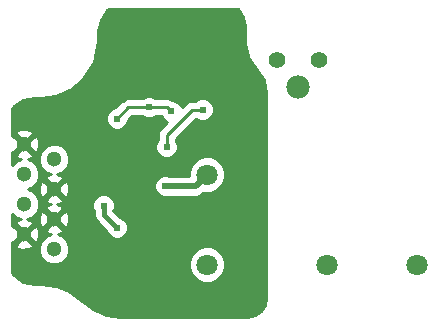
<source format=gbr>
G04 #@! TF.FileFunction,Copper,L2,Bot,Signal*
%FSLAX46Y46*%
G04 Gerber Fmt 4.6, Leading zero omitted, Abs format (unit mm)*
G04 Created by KiCad (PCBNEW 4.0.7-e2-6376~58~ubuntu16.04.1) date Sun Jan 14 05:36:03 2018*
%MOMM*%
%LPD*%
G01*
G04 APERTURE LIST*
%ADD10C,0.100000*%
%ADD11C,1.300000*%
%ADD12C,1.397000*%
%ADD13C,1.981000*%
%ADD14C,1.800000*%
%ADD15C,0.609600*%
%ADD16C,0.254000*%
%ADD17C,0.508000*%
%ADD18C,0.381000*%
G04 APERTURE END LIST*
D10*
D11*
X141922500Y-108204000D03*
X141922500Y-105664000D03*
X141922500Y-103124000D03*
X141922500Y-110744000D03*
X144462500Y-104394000D03*
X144462500Y-106934000D03*
X144462500Y-109474000D03*
X144462500Y-112014000D03*
D12*
X166870260Y-96019620D03*
X163370260Y-96019620D03*
D13*
X165120260Y-98249620D03*
D14*
X157416500Y-113317020D03*
X167576500Y-113317020D03*
X175196500Y-113317020D03*
X157416500Y-105697020D03*
D15*
X150114000Y-92710000D03*
X156210000Y-96774000D03*
X149288500Y-114287300D03*
X159766000Y-103080860D03*
X150685500Y-98920300D03*
X153987500Y-103365300D03*
X157035500Y-100190300D03*
X153860500Y-106667300D03*
X149796500Y-110223300D03*
X148653500Y-108318300D03*
X154377792Y-100326592D03*
X149796500Y-100952300D03*
X152481139Y-99996127D03*
D16*
X156146500Y-100190300D02*
X153987500Y-102349300D01*
X153987500Y-102349300D02*
X153987500Y-103365300D01*
X157035500Y-100190300D02*
X156146500Y-100190300D01*
D17*
X153860500Y-106667300D02*
X156446220Y-106667300D01*
X156446220Y-106667300D02*
X157416500Y-105697020D01*
D18*
X148653500Y-108318300D02*
X148653500Y-109080300D01*
X148653500Y-109080300D02*
X149796500Y-110223300D01*
D16*
X152481139Y-99996127D02*
X154047327Y-99996127D01*
X154047327Y-99996127D02*
X154377792Y-100326592D01*
X152481139Y-99996127D02*
X150752673Y-99996127D01*
X150752673Y-99996127D02*
X149796500Y-100952300D01*
G36*
X160497337Y-92319911D02*
X160655000Y-93112535D01*
X160655000Y-94500764D01*
X160657440Y-94525541D01*
X160888484Y-95687076D01*
X160907447Y-95732856D01*
X162209324Y-97681253D01*
X162433000Y-98805746D01*
X162433000Y-116109070D01*
X162308343Y-116735761D01*
X161960438Y-117256438D01*
X161439761Y-117604343D01*
X160813070Y-117729000D01*
X150065976Y-117729000D01*
X148856335Y-117569748D01*
X147736876Y-117106052D01*
X145774485Y-115600257D01*
X145745773Y-115583680D01*
X144595423Y-115107189D01*
X144563399Y-115098609D01*
X143328921Y-114936087D01*
X143312344Y-114935000D01*
X142760509Y-114935000D01*
X141825537Y-114749022D01*
X141043511Y-114226489D01*
X140893500Y-114001982D01*
X140893500Y-113621011D01*
X155881235Y-113621011D01*
X156114432Y-114185391D01*
X156545857Y-114617571D01*
X157109830Y-114851753D01*
X157720491Y-114852285D01*
X158284871Y-114619088D01*
X158717051Y-114187663D01*
X158951233Y-113623690D01*
X158951765Y-113013029D01*
X158718568Y-112448649D01*
X158287143Y-112016469D01*
X157723170Y-111782287D01*
X157112509Y-111781755D01*
X156548129Y-112014952D01*
X156115949Y-112446377D01*
X155881767Y-113010350D01*
X155881235Y-113621011D01*
X140893500Y-113621011D01*
X140893500Y-112268481D01*
X143177277Y-112268481D01*
X143372495Y-112740943D01*
X143733655Y-113102735D01*
X144205776Y-113298777D01*
X144716981Y-113299223D01*
X145189443Y-113104005D01*
X145551235Y-112742845D01*
X145747277Y-112270724D01*
X145747723Y-111759519D01*
X145552505Y-111287057D01*
X145191345Y-110925265D01*
X144755300Y-110744203D01*
X144791928Y-110742083D01*
X145126229Y-110603611D01*
X145181910Y-110373016D01*
X144462500Y-109653605D01*
X143743090Y-110373016D01*
X143798771Y-110603611D01*
X144185360Y-110738139D01*
X143735557Y-110923995D01*
X143373765Y-111285155D01*
X143177723Y-111757276D01*
X143177277Y-112268481D01*
X140893500Y-112268481D01*
X140893500Y-111643016D01*
X141203090Y-111643016D01*
X141258771Y-111873611D01*
X141741578Y-112041622D01*
X142251928Y-112012083D01*
X142586229Y-111873611D01*
X142641910Y-111643016D01*
X141922500Y-110923605D01*
X141203090Y-111643016D01*
X140893500Y-111643016D01*
X140893500Y-111432023D01*
X141023484Y-111463410D01*
X141742895Y-110744000D01*
X142102105Y-110744000D01*
X142821516Y-111463410D01*
X143052111Y-111407729D01*
X143220122Y-110924922D01*
X143190583Y-110414572D01*
X143052111Y-110080271D01*
X142821516Y-110024590D01*
X142102105Y-110744000D01*
X141742895Y-110744000D01*
X141023484Y-110024590D01*
X140893500Y-110055977D01*
X140893500Y-108992055D01*
X141193655Y-109292735D01*
X141629700Y-109473797D01*
X141593072Y-109475917D01*
X141258771Y-109614389D01*
X141203090Y-109844984D01*
X141922500Y-110564395D01*
X142641910Y-109844984D01*
X142586229Y-109614389D01*
X142199640Y-109479861D01*
X142649443Y-109294005D01*
X142650371Y-109293078D01*
X143164878Y-109293078D01*
X143194417Y-109803428D01*
X143332889Y-110137729D01*
X143563484Y-110193410D01*
X144282895Y-109474000D01*
X144642105Y-109474000D01*
X145361516Y-110193410D01*
X145592111Y-110137729D01*
X145760122Y-109654922D01*
X145730583Y-109144572D01*
X145592111Y-108810271D01*
X145361516Y-108754590D01*
X144642105Y-109474000D01*
X144282895Y-109474000D01*
X143563484Y-108754590D01*
X143332889Y-108810271D01*
X143164878Y-109293078D01*
X142650371Y-109293078D01*
X143011235Y-108932845D01*
X143207277Y-108460724D01*
X143207723Y-107949519D01*
X143159585Y-107833016D01*
X143743090Y-107833016D01*
X143798771Y-108063611D01*
X144197066Y-108202213D01*
X144133072Y-108205917D01*
X143798771Y-108344389D01*
X143743090Y-108574984D01*
X144462500Y-109294395D01*
X145181910Y-108574984D01*
X145164871Y-108504418D01*
X147713537Y-108504418D01*
X147828000Y-108781439D01*
X147828000Y-109080300D01*
X147890837Y-109396206D01*
X148069783Y-109664017D01*
X148885655Y-110479889D01*
X148999312Y-110754959D01*
X149263451Y-111019559D01*
X149608742Y-111162937D01*
X149982618Y-111163263D01*
X150328159Y-111020488D01*
X150592759Y-110756349D01*
X150736137Y-110411058D01*
X150736463Y-110037182D01*
X150593688Y-109691641D01*
X150329549Y-109427041D01*
X150052729Y-109312095D01*
X149491488Y-108750854D01*
X149593137Y-108506058D01*
X149593463Y-108132182D01*
X149450688Y-107786641D01*
X149186549Y-107522041D01*
X148841258Y-107378663D01*
X148467382Y-107378337D01*
X148121841Y-107521112D01*
X147857241Y-107785251D01*
X147713863Y-108130542D01*
X147713537Y-108504418D01*
X145164871Y-108504418D01*
X145126229Y-108344389D01*
X144727934Y-108205787D01*
X144791928Y-108202083D01*
X145126229Y-108063611D01*
X145181910Y-107833016D01*
X144462500Y-107113605D01*
X143743090Y-107833016D01*
X143159585Y-107833016D01*
X143012505Y-107477057D01*
X142651345Y-107115265D01*
X142214318Y-106933795D01*
X142649443Y-106754005D01*
X142650371Y-106753078D01*
X143164878Y-106753078D01*
X143194417Y-107263428D01*
X143332889Y-107597729D01*
X143563484Y-107653410D01*
X144282895Y-106934000D01*
X144642105Y-106934000D01*
X145361516Y-107653410D01*
X145592111Y-107597729D01*
X145760122Y-107114922D01*
X145744987Y-106853418D01*
X152920537Y-106853418D01*
X153063312Y-107198959D01*
X153327451Y-107463559D01*
X153672742Y-107606937D01*
X154046618Y-107607263D01*
X154169958Y-107556300D01*
X156446220Y-107556300D01*
X156786426Y-107488629D01*
X157074838Y-107295918D01*
X157138978Y-107231778D01*
X157720491Y-107232285D01*
X158284871Y-106999088D01*
X158717051Y-106567663D01*
X158951233Y-106003690D01*
X158951765Y-105393029D01*
X158718568Y-104828649D01*
X158287143Y-104396469D01*
X157723170Y-104162287D01*
X157112509Y-104161755D01*
X156548129Y-104394952D01*
X156115949Y-104826377D01*
X155881767Y-105390350D01*
X155881429Y-105778300D01*
X154170205Y-105778300D01*
X154048258Y-105727663D01*
X153674382Y-105727337D01*
X153328841Y-105870112D01*
X153064241Y-106134251D01*
X152920863Y-106479542D01*
X152920537Y-106853418D01*
X145744987Y-106853418D01*
X145730583Y-106604572D01*
X145592111Y-106270271D01*
X145361516Y-106214590D01*
X144642105Y-106934000D01*
X144282895Y-106934000D01*
X143563484Y-106214590D01*
X143332889Y-106270271D01*
X143164878Y-106753078D01*
X142650371Y-106753078D01*
X143011235Y-106392845D01*
X143207277Y-105920724D01*
X143207723Y-105409519D01*
X143012505Y-104937057D01*
X142724434Y-104648481D01*
X143177277Y-104648481D01*
X143372495Y-105120943D01*
X143733655Y-105482735D01*
X144169700Y-105663797D01*
X144133072Y-105665917D01*
X143798771Y-105804389D01*
X143743090Y-106034984D01*
X144462500Y-106754395D01*
X145181910Y-106034984D01*
X145126229Y-105804389D01*
X144739640Y-105669861D01*
X145189443Y-105484005D01*
X145551235Y-105122845D01*
X145747277Y-104650724D01*
X145747723Y-104139519D01*
X145552505Y-103667057D01*
X145191345Y-103305265D01*
X144719224Y-103109223D01*
X144208019Y-103108777D01*
X143735557Y-103303995D01*
X143373765Y-103665155D01*
X143177723Y-104137276D01*
X143177277Y-104648481D01*
X142724434Y-104648481D01*
X142651345Y-104575265D01*
X142215300Y-104394203D01*
X142251928Y-104392083D01*
X142586229Y-104253611D01*
X142641910Y-104023016D01*
X141922500Y-103303605D01*
X141203090Y-104023016D01*
X141258771Y-104253611D01*
X141645360Y-104388139D01*
X141195557Y-104573995D01*
X140893500Y-104875524D01*
X140893500Y-103812023D01*
X141023484Y-103843410D01*
X141742895Y-103124000D01*
X142102105Y-103124000D01*
X142821516Y-103843410D01*
X143052111Y-103787729D01*
X143220122Y-103304922D01*
X143190583Y-102794572D01*
X143052111Y-102460271D01*
X142821516Y-102404590D01*
X142102105Y-103124000D01*
X141742895Y-103124000D01*
X141023484Y-102404590D01*
X140893500Y-102435977D01*
X140893500Y-102224984D01*
X141203090Y-102224984D01*
X141922500Y-102944395D01*
X142641910Y-102224984D01*
X142586229Y-101994389D01*
X142103422Y-101826378D01*
X141593072Y-101855917D01*
X141258771Y-101994389D01*
X141203090Y-102224984D01*
X140893500Y-102224984D01*
X140893500Y-101138418D01*
X148856537Y-101138418D01*
X148999312Y-101483959D01*
X149263451Y-101748559D01*
X149608742Y-101891937D01*
X149982618Y-101892263D01*
X150328159Y-101749488D01*
X150592759Y-101485349D01*
X150736137Y-101140058D01*
X150736180Y-101090250D01*
X151068303Y-100758127D01*
X151913891Y-100758127D01*
X151948090Y-100792386D01*
X152293381Y-100935764D01*
X152667257Y-100936090D01*
X153012798Y-100793315D01*
X153048047Y-100758127D01*
X153539233Y-100758127D01*
X153580604Y-100858251D01*
X153844743Y-101122851D01*
X154050769Y-101208401D01*
X153448685Y-101810485D01*
X153283504Y-102057695D01*
X153225500Y-102349300D01*
X153225500Y-102798052D01*
X153191241Y-102832251D01*
X153047863Y-103177542D01*
X153047537Y-103551418D01*
X153190312Y-103896959D01*
X153454451Y-104161559D01*
X153799742Y-104304937D01*
X154173618Y-104305263D01*
X154519159Y-104162488D01*
X154783759Y-103898349D01*
X154927137Y-103553058D01*
X154927463Y-103179182D01*
X154784688Y-102833641D01*
X154749500Y-102798392D01*
X154749500Y-102664930D01*
X156462130Y-100952300D01*
X156468252Y-100952300D01*
X156502451Y-100986559D01*
X156847742Y-101129937D01*
X157221618Y-101130263D01*
X157567159Y-100987488D01*
X157831759Y-100723349D01*
X157975137Y-100378058D01*
X157975463Y-100004182D01*
X157832688Y-99658641D01*
X157568549Y-99394041D01*
X157223258Y-99250663D01*
X156849382Y-99250337D01*
X156503841Y-99393112D01*
X156468592Y-99428300D01*
X156146500Y-99428300D01*
X155854895Y-99486304D01*
X155607685Y-99651485D01*
X155259554Y-99999616D01*
X155174980Y-99794933D01*
X154910841Y-99530333D01*
X154565550Y-99386955D01*
X154480735Y-99386881D01*
X154338932Y-99292131D01*
X154047327Y-99234127D01*
X153048387Y-99234127D01*
X153014188Y-99199868D01*
X152668897Y-99056490D01*
X152295021Y-99056164D01*
X151949480Y-99198939D01*
X151914231Y-99234127D01*
X150752673Y-99234127D01*
X150461068Y-99292131D01*
X150257276Y-99428301D01*
X150213858Y-99457312D01*
X149658791Y-100012379D01*
X149610382Y-100012337D01*
X149264841Y-100155112D01*
X149000241Y-100419251D01*
X148856863Y-100764542D01*
X148856537Y-101138418D01*
X140893500Y-101138418D01*
X140893500Y-100120018D01*
X141043511Y-99895511D01*
X141825537Y-99372978D01*
X142760509Y-99187000D01*
X143312344Y-99187000D01*
X143328921Y-99185913D01*
X144563399Y-99023391D01*
X144595423Y-99014811D01*
X145745773Y-98538320D01*
X145774485Y-98521743D01*
X146762313Y-97763756D01*
X146774803Y-97752803D01*
X146824765Y-97702841D01*
X146840559Y-97683595D01*
X147837513Y-96191548D01*
X147856476Y-96145767D01*
X148206560Y-94385776D01*
X148209000Y-94361000D01*
X148209000Y-93546140D01*
X148399669Y-92587583D01*
X148935562Y-91785562D01*
X149106567Y-91671300D01*
X160063949Y-91671300D01*
X160497337Y-92319911D01*
X160497337Y-92319911D01*
G37*
X160497337Y-92319911D02*
X160655000Y-93112535D01*
X160655000Y-94500764D01*
X160657440Y-94525541D01*
X160888484Y-95687076D01*
X160907447Y-95732856D01*
X162209324Y-97681253D01*
X162433000Y-98805746D01*
X162433000Y-116109070D01*
X162308343Y-116735761D01*
X161960438Y-117256438D01*
X161439761Y-117604343D01*
X160813070Y-117729000D01*
X150065976Y-117729000D01*
X148856335Y-117569748D01*
X147736876Y-117106052D01*
X145774485Y-115600257D01*
X145745773Y-115583680D01*
X144595423Y-115107189D01*
X144563399Y-115098609D01*
X143328921Y-114936087D01*
X143312344Y-114935000D01*
X142760509Y-114935000D01*
X141825537Y-114749022D01*
X141043511Y-114226489D01*
X140893500Y-114001982D01*
X140893500Y-113621011D01*
X155881235Y-113621011D01*
X156114432Y-114185391D01*
X156545857Y-114617571D01*
X157109830Y-114851753D01*
X157720491Y-114852285D01*
X158284871Y-114619088D01*
X158717051Y-114187663D01*
X158951233Y-113623690D01*
X158951765Y-113013029D01*
X158718568Y-112448649D01*
X158287143Y-112016469D01*
X157723170Y-111782287D01*
X157112509Y-111781755D01*
X156548129Y-112014952D01*
X156115949Y-112446377D01*
X155881767Y-113010350D01*
X155881235Y-113621011D01*
X140893500Y-113621011D01*
X140893500Y-112268481D01*
X143177277Y-112268481D01*
X143372495Y-112740943D01*
X143733655Y-113102735D01*
X144205776Y-113298777D01*
X144716981Y-113299223D01*
X145189443Y-113104005D01*
X145551235Y-112742845D01*
X145747277Y-112270724D01*
X145747723Y-111759519D01*
X145552505Y-111287057D01*
X145191345Y-110925265D01*
X144755300Y-110744203D01*
X144791928Y-110742083D01*
X145126229Y-110603611D01*
X145181910Y-110373016D01*
X144462500Y-109653605D01*
X143743090Y-110373016D01*
X143798771Y-110603611D01*
X144185360Y-110738139D01*
X143735557Y-110923995D01*
X143373765Y-111285155D01*
X143177723Y-111757276D01*
X143177277Y-112268481D01*
X140893500Y-112268481D01*
X140893500Y-111643016D01*
X141203090Y-111643016D01*
X141258771Y-111873611D01*
X141741578Y-112041622D01*
X142251928Y-112012083D01*
X142586229Y-111873611D01*
X142641910Y-111643016D01*
X141922500Y-110923605D01*
X141203090Y-111643016D01*
X140893500Y-111643016D01*
X140893500Y-111432023D01*
X141023484Y-111463410D01*
X141742895Y-110744000D01*
X142102105Y-110744000D01*
X142821516Y-111463410D01*
X143052111Y-111407729D01*
X143220122Y-110924922D01*
X143190583Y-110414572D01*
X143052111Y-110080271D01*
X142821516Y-110024590D01*
X142102105Y-110744000D01*
X141742895Y-110744000D01*
X141023484Y-110024590D01*
X140893500Y-110055977D01*
X140893500Y-108992055D01*
X141193655Y-109292735D01*
X141629700Y-109473797D01*
X141593072Y-109475917D01*
X141258771Y-109614389D01*
X141203090Y-109844984D01*
X141922500Y-110564395D01*
X142641910Y-109844984D01*
X142586229Y-109614389D01*
X142199640Y-109479861D01*
X142649443Y-109294005D01*
X142650371Y-109293078D01*
X143164878Y-109293078D01*
X143194417Y-109803428D01*
X143332889Y-110137729D01*
X143563484Y-110193410D01*
X144282895Y-109474000D01*
X144642105Y-109474000D01*
X145361516Y-110193410D01*
X145592111Y-110137729D01*
X145760122Y-109654922D01*
X145730583Y-109144572D01*
X145592111Y-108810271D01*
X145361516Y-108754590D01*
X144642105Y-109474000D01*
X144282895Y-109474000D01*
X143563484Y-108754590D01*
X143332889Y-108810271D01*
X143164878Y-109293078D01*
X142650371Y-109293078D01*
X143011235Y-108932845D01*
X143207277Y-108460724D01*
X143207723Y-107949519D01*
X143159585Y-107833016D01*
X143743090Y-107833016D01*
X143798771Y-108063611D01*
X144197066Y-108202213D01*
X144133072Y-108205917D01*
X143798771Y-108344389D01*
X143743090Y-108574984D01*
X144462500Y-109294395D01*
X145181910Y-108574984D01*
X145164871Y-108504418D01*
X147713537Y-108504418D01*
X147828000Y-108781439D01*
X147828000Y-109080300D01*
X147890837Y-109396206D01*
X148069783Y-109664017D01*
X148885655Y-110479889D01*
X148999312Y-110754959D01*
X149263451Y-111019559D01*
X149608742Y-111162937D01*
X149982618Y-111163263D01*
X150328159Y-111020488D01*
X150592759Y-110756349D01*
X150736137Y-110411058D01*
X150736463Y-110037182D01*
X150593688Y-109691641D01*
X150329549Y-109427041D01*
X150052729Y-109312095D01*
X149491488Y-108750854D01*
X149593137Y-108506058D01*
X149593463Y-108132182D01*
X149450688Y-107786641D01*
X149186549Y-107522041D01*
X148841258Y-107378663D01*
X148467382Y-107378337D01*
X148121841Y-107521112D01*
X147857241Y-107785251D01*
X147713863Y-108130542D01*
X147713537Y-108504418D01*
X145164871Y-108504418D01*
X145126229Y-108344389D01*
X144727934Y-108205787D01*
X144791928Y-108202083D01*
X145126229Y-108063611D01*
X145181910Y-107833016D01*
X144462500Y-107113605D01*
X143743090Y-107833016D01*
X143159585Y-107833016D01*
X143012505Y-107477057D01*
X142651345Y-107115265D01*
X142214318Y-106933795D01*
X142649443Y-106754005D01*
X142650371Y-106753078D01*
X143164878Y-106753078D01*
X143194417Y-107263428D01*
X143332889Y-107597729D01*
X143563484Y-107653410D01*
X144282895Y-106934000D01*
X144642105Y-106934000D01*
X145361516Y-107653410D01*
X145592111Y-107597729D01*
X145760122Y-107114922D01*
X145744987Y-106853418D01*
X152920537Y-106853418D01*
X153063312Y-107198959D01*
X153327451Y-107463559D01*
X153672742Y-107606937D01*
X154046618Y-107607263D01*
X154169958Y-107556300D01*
X156446220Y-107556300D01*
X156786426Y-107488629D01*
X157074838Y-107295918D01*
X157138978Y-107231778D01*
X157720491Y-107232285D01*
X158284871Y-106999088D01*
X158717051Y-106567663D01*
X158951233Y-106003690D01*
X158951765Y-105393029D01*
X158718568Y-104828649D01*
X158287143Y-104396469D01*
X157723170Y-104162287D01*
X157112509Y-104161755D01*
X156548129Y-104394952D01*
X156115949Y-104826377D01*
X155881767Y-105390350D01*
X155881429Y-105778300D01*
X154170205Y-105778300D01*
X154048258Y-105727663D01*
X153674382Y-105727337D01*
X153328841Y-105870112D01*
X153064241Y-106134251D01*
X152920863Y-106479542D01*
X152920537Y-106853418D01*
X145744987Y-106853418D01*
X145730583Y-106604572D01*
X145592111Y-106270271D01*
X145361516Y-106214590D01*
X144642105Y-106934000D01*
X144282895Y-106934000D01*
X143563484Y-106214590D01*
X143332889Y-106270271D01*
X143164878Y-106753078D01*
X142650371Y-106753078D01*
X143011235Y-106392845D01*
X143207277Y-105920724D01*
X143207723Y-105409519D01*
X143012505Y-104937057D01*
X142724434Y-104648481D01*
X143177277Y-104648481D01*
X143372495Y-105120943D01*
X143733655Y-105482735D01*
X144169700Y-105663797D01*
X144133072Y-105665917D01*
X143798771Y-105804389D01*
X143743090Y-106034984D01*
X144462500Y-106754395D01*
X145181910Y-106034984D01*
X145126229Y-105804389D01*
X144739640Y-105669861D01*
X145189443Y-105484005D01*
X145551235Y-105122845D01*
X145747277Y-104650724D01*
X145747723Y-104139519D01*
X145552505Y-103667057D01*
X145191345Y-103305265D01*
X144719224Y-103109223D01*
X144208019Y-103108777D01*
X143735557Y-103303995D01*
X143373765Y-103665155D01*
X143177723Y-104137276D01*
X143177277Y-104648481D01*
X142724434Y-104648481D01*
X142651345Y-104575265D01*
X142215300Y-104394203D01*
X142251928Y-104392083D01*
X142586229Y-104253611D01*
X142641910Y-104023016D01*
X141922500Y-103303605D01*
X141203090Y-104023016D01*
X141258771Y-104253611D01*
X141645360Y-104388139D01*
X141195557Y-104573995D01*
X140893500Y-104875524D01*
X140893500Y-103812023D01*
X141023484Y-103843410D01*
X141742895Y-103124000D01*
X142102105Y-103124000D01*
X142821516Y-103843410D01*
X143052111Y-103787729D01*
X143220122Y-103304922D01*
X143190583Y-102794572D01*
X143052111Y-102460271D01*
X142821516Y-102404590D01*
X142102105Y-103124000D01*
X141742895Y-103124000D01*
X141023484Y-102404590D01*
X140893500Y-102435977D01*
X140893500Y-102224984D01*
X141203090Y-102224984D01*
X141922500Y-102944395D01*
X142641910Y-102224984D01*
X142586229Y-101994389D01*
X142103422Y-101826378D01*
X141593072Y-101855917D01*
X141258771Y-101994389D01*
X141203090Y-102224984D01*
X140893500Y-102224984D01*
X140893500Y-101138418D01*
X148856537Y-101138418D01*
X148999312Y-101483959D01*
X149263451Y-101748559D01*
X149608742Y-101891937D01*
X149982618Y-101892263D01*
X150328159Y-101749488D01*
X150592759Y-101485349D01*
X150736137Y-101140058D01*
X150736180Y-101090250D01*
X151068303Y-100758127D01*
X151913891Y-100758127D01*
X151948090Y-100792386D01*
X152293381Y-100935764D01*
X152667257Y-100936090D01*
X153012798Y-100793315D01*
X153048047Y-100758127D01*
X153539233Y-100758127D01*
X153580604Y-100858251D01*
X153844743Y-101122851D01*
X154050769Y-101208401D01*
X153448685Y-101810485D01*
X153283504Y-102057695D01*
X153225500Y-102349300D01*
X153225500Y-102798052D01*
X153191241Y-102832251D01*
X153047863Y-103177542D01*
X153047537Y-103551418D01*
X153190312Y-103896959D01*
X153454451Y-104161559D01*
X153799742Y-104304937D01*
X154173618Y-104305263D01*
X154519159Y-104162488D01*
X154783759Y-103898349D01*
X154927137Y-103553058D01*
X154927463Y-103179182D01*
X154784688Y-102833641D01*
X154749500Y-102798392D01*
X154749500Y-102664930D01*
X156462130Y-100952300D01*
X156468252Y-100952300D01*
X156502451Y-100986559D01*
X156847742Y-101129937D01*
X157221618Y-101130263D01*
X157567159Y-100987488D01*
X157831759Y-100723349D01*
X157975137Y-100378058D01*
X157975463Y-100004182D01*
X157832688Y-99658641D01*
X157568549Y-99394041D01*
X157223258Y-99250663D01*
X156849382Y-99250337D01*
X156503841Y-99393112D01*
X156468592Y-99428300D01*
X156146500Y-99428300D01*
X155854895Y-99486304D01*
X155607685Y-99651485D01*
X155259554Y-99999616D01*
X155174980Y-99794933D01*
X154910841Y-99530333D01*
X154565550Y-99386955D01*
X154480735Y-99386881D01*
X154338932Y-99292131D01*
X154047327Y-99234127D01*
X153048387Y-99234127D01*
X153014188Y-99199868D01*
X152668897Y-99056490D01*
X152295021Y-99056164D01*
X151949480Y-99198939D01*
X151914231Y-99234127D01*
X150752673Y-99234127D01*
X150461068Y-99292131D01*
X150257276Y-99428301D01*
X150213858Y-99457312D01*
X149658791Y-100012379D01*
X149610382Y-100012337D01*
X149264841Y-100155112D01*
X149000241Y-100419251D01*
X148856863Y-100764542D01*
X148856537Y-101138418D01*
X140893500Y-101138418D01*
X140893500Y-100120018D01*
X141043511Y-99895511D01*
X141825537Y-99372978D01*
X142760509Y-99187000D01*
X143312344Y-99187000D01*
X143328921Y-99185913D01*
X144563399Y-99023391D01*
X144595423Y-99014811D01*
X145745773Y-98538320D01*
X145774485Y-98521743D01*
X146762313Y-97763756D01*
X146774803Y-97752803D01*
X146824765Y-97702841D01*
X146840559Y-97683595D01*
X147837513Y-96191548D01*
X147856476Y-96145767D01*
X148206560Y-94385776D01*
X148209000Y-94361000D01*
X148209000Y-93546140D01*
X148399669Y-92587583D01*
X148935562Y-91785562D01*
X149106567Y-91671300D01*
X160063949Y-91671300D01*
X160497337Y-92319911D01*
M02*

</source>
